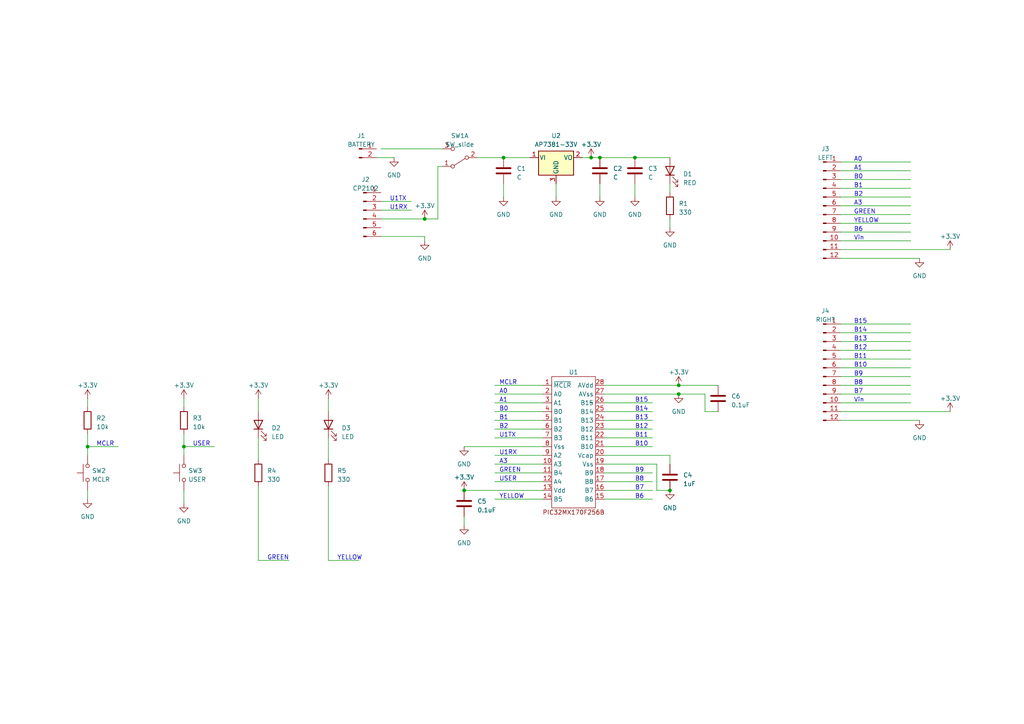
<source format=kicad_sch>
(kicad_sch (version 20230121) (generator eeschema)
  (paper "A4")
  (lib_symbols
    (symbol "Connector:Conn_01x02_Pin" (pin_names (offset 1.016) hide)
      (property "Reference" "J" (at 0 2.54 0))
      (property "Value" "Conn_01x02_Pin" (at 0 -5.08 0))
      (symbol "Conn_01x02_Pin_1_1"
        (polyline (pts (xy 1.27 -2.54) (xy 0.8636 -2.54)) (stroke (width 0.1524)))
        (polyline (pts (xy 1.27 0) (xy 0.8636 0)) (stroke (width 0.1524)))
        (rectangle (start 0.8636 -2.413) (end 0 -2.667) (stroke (width 0.1524)) (fill (type outline)))
        (rectangle (start 0.8636 0.127) (end 0 -0.127) (stroke (width 0.1524)) (fill (type outline)))
        (pin passive line (at 5.08 0 180) (length 3.81) (name "Pin_1") (number "1"))
        (pin passive line (at 5.08 -2.54 180) (length 3.81) (name "Pin_2") (number "2"))
      )
    )
    (symbol "Connector:Conn_01x06_Pin" (pin_names (offset 1.016) hide)
      (property "Reference" "J" (at 0 7.62 0))
      (property "Value" "Conn_01x06_Pin" (at 0 -10.16 0))
      (symbol "Conn_01x06_Pin_1_1"
        (polyline (pts (xy 1.27 -7.62) (xy 0.8636 -7.62)) (stroke (width 0.1524)))
        (polyline (pts (xy 1.27 -5.08) (xy 0.8636 -5.08)) (stroke (width 0.1524)))
        (polyline (pts (xy 1.27 -2.54) (xy 0.8636 -2.54)) (stroke (width 0.1524)))
        (polyline (pts (xy 1.27 0) (xy 0.8636 0)) (stroke (width 0.1524)))
        (polyline (pts (xy 1.27 2.54) (xy 0.8636 2.54)) (stroke (width 0.1524)))
        (polyline (pts (xy 1.27 5.08) (xy 0.8636 5.08)) (stroke (width 0.1524)))
        (rectangle (start 0.8636 -7.493) (end 0 -7.747) (stroke (width 0.1524)) (fill (type outline)))
        (rectangle (start 0.8636 -4.953) (end 0 -5.207) (stroke (width 0.1524)) (fill (type outline)))
        (rectangle (start 0.8636 -2.413) (end 0 -2.667) (stroke (width 0.1524)) (fill (type outline)))
        (rectangle (start 0.8636 0.127) (end 0 -0.127) (stroke (width 0.1524)) (fill (type outline)))
        (rectangle (start 0.8636 2.667) (end 0 2.413) (stroke (width 0.1524)) (fill (type outline)))
        (rectangle (start 0.8636 5.207) (end 0 4.953) (stroke (width 0.1524)) (fill (type outline)))
        (pin passive line (at 5.08 5.08 180) (length 3.81) (name "Pin_1") (number "1"))
        (pin passive line (at 5.08 2.54 180) (length 3.81) (name "Pin_2") (number "2"))
        (pin passive line (at 5.08 0 180) (length 3.81) (name "Pin_3") (number "3"))
        (pin passive line (at 5.08 -2.54 180) (length 3.81) (name "Pin_4") (number "4"))
        (pin passive line (at 5.08 -5.08 180) (length 3.81) (name "Pin_5") (number "5"))
        (pin passive line (at 5.08 -7.62 180) (length 3.81) (name "Pin_6") (number "6"))
      )
    )
    (symbol "Connector:Conn_01x12_Pin" (pin_names (offset 1.016) hide)
      (property "Reference" "J" (at 0 15.24 0))
      (property "Value" "Conn_01x12_Pin" (at 0 -17.78 0))
      (symbol "Conn_01x12_Pin_1_1"
        (polyline (pts (xy 1.27 -15.24) (xy 0.8636 -15.24)) (stroke (width 0.1524)))
        (polyline (pts (xy 1.27 -12.7) (xy 0.8636 -12.7)) (stroke (width 0.1524)))
        (polyline (pts (xy 1.27 -10.16) (xy 0.8636 -10.16)) (stroke (width 0.1524)))
        (polyline (pts (xy 1.27 -7.62) (xy 0.8636 -7.62)) (stroke (width 0.1524)))
        (polyline (pts (xy 1.27 -5.08) (xy 0.8636 -5.08)) (stroke (width 0.1524)))
        (polyline (pts (xy 1.27 -2.54) (xy 0.8636 -2.54)) (stroke (width 0.1524)))
        (polyline (pts (xy 1.27 0) (xy 0.8636 0)) (stroke (width 0.1524)))
        (polyline (pts (xy 1.27 2.54) (xy 0.8636 2.54)) (stroke (width 0.1524)))
        (polyline (pts (xy 1.27 5.08) (xy 0.8636 5.08)) (stroke (width 0.1524)))
        (polyline (pts (xy 1.27 7.62) (xy 0.8636 7.62)) (stroke (width 0.1524)))
        (polyline (pts (xy 1.27 10.16) (xy 0.8636 10.16)) (stroke (width 0.1524)))
        (polyline (pts (xy 1.27 12.7) (xy 0.8636 12.7)) (stroke (width 0.1524)))
        (rectangle (start 0.8636 -15.113) (end 0 -15.367) (stroke (width 0.1524)) (fill (type outline)))
        (rectangle (start 0.8636 -12.573) (end 0 -12.827) (stroke (width 0.1524)) (fill (type outline)))
        (rectangle (start 0.8636 -10.033) (end 0 -10.287) (stroke (width 0.1524)) (fill (type outline)))
        (rectangle (start 0.8636 -7.493) (end 0 -7.747) (stroke (width 0.1524)) (fill (type outline)))
        (rectangle (start 0.8636 -4.953) (end 0 -5.207) (stroke (width 0.1524)) (fill (type outline)))
        (rectangle (start 0.8636 -2.413) (end 0 -2.667) (stroke (width 0.1524)) (fill (type outline)))
        (rectangle (start 0.8636 0.127) (end 0 -0.127) (stroke (width 0.1524)) (fill (type outline)))
        (rectangle (start 0.8636 2.667) (end 0 2.413) (stroke (width 0.1524)) (fill (type outline)))
        (rectangle (start 0.8636 5.207) (end 0 4.953) (stroke (width 0.1524)) (fill (type outline)))
        (rectangle (start 0.8636 7.747) (end 0 7.493) (stroke (width 0.1524)) (fill (type outline)))
        (rectangle (start 0.8636 10.287) (end 0 10.033) (stroke (width 0.1524)) (fill (type outline)))
        (rectangle (start 0.8636 12.827) (end 0 12.573) (stroke (width 0.1524)) (fill (type outline)))
        (pin passive line (at 5.08 12.7 180) (length 3.81) (name "Pin_1") (number "1"))
        (pin passive line (at 5.08 -10.16 180) (length 3.81) (name "Pin_10") (number "10"))
        (pin passive line (at 5.08 -12.7 180) (length 3.81) (name "Pin_11") (number "11"))
        (pin passive line (at 5.08 -15.24 180) (length 3.81) (name "Pin_12") (number "12"))
        (pin passive line (at 5.08 10.16 180) (length 3.81) (name "Pin_2") (number "2"))
        (pin passive line (at 5.08 7.62 180) (length 3.81) (name "Pin_3") (number "3"))
        (pin passive line (at 5.08 5.08 180) (length 3.81) (name "Pin_4") (number "4"))
        (pin passive line (at 5.08 2.54 180) (length 3.81) (name "Pin_5") (number "5"))
        (pin passive line (at 5.08 0 180) (length 3.81) (name "Pin_6") (number "6"))
        (pin passive line (at 5.08 -2.54 180) (length 3.81) (name "Pin_7") (number "7"))
        (pin passive line (at 5.08 -5.08 180) (length 3.81) (name "Pin_8") (number "8"))
        (pin passive line (at 5.08 -7.62 180) (length 3.81) (name "Pin_9") (number "9"))
      )
    )
    (symbol "HW4 Library:+3.3V" (power) (pin_names (offset 0))
      (property "Value" "+3.3V" (at 0 3.556 0))
      (symbol "+3.3V_0_1"
        (polyline (pts (xy -0.762 1.27) (xy 0 2.54)))
        (polyline (pts (xy 0 0) (xy 0 2.54)))
        (polyline (pts (xy 0 2.54) (xy 0.762 1.27)))
      )
      (symbol "+3.3V_1_1"
        (pin power_in line (at 0 0 90) (length 0) hide (name "+3.3V") (number "1"))
      )
    )
    (symbol "HW4 Library:+5V" (power) (pin_names (offset 0))
      (property "Value" "+5V" (at 0 3.556 0))
      (symbol "+5V_0_1"
        (polyline (pts (xy -0.762 1.27) (xy 0 2.54)))
        (polyline (pts (xy 0 0) (xy 0 2.54)))
        (polyline (pts (xy 0 2.54) (xy 0.762 1.27)))
      )
      (symbol "+5V_1_1"
        (pin power_in line (at 0 0 90) (length 0) hide (name "+3.3V") (number "1"))
      )
    )
    (symbol "HW4 Library:AP7381-33V" (pin_names (offset 0.254))
      (property "Reference" "U" (at -3.81 3.175 0))
      (property "Value" "AP7381-33V" (at 3.81 5.08 0))
      (symbol "AP7381-33V_0_1"
        (rectangle (start -5.08 1.905) (end 5.08 -5.08) (stroke (width 0.254)) (fill (type background)))
      )
      (symbol "AP7381-33V_1_1"
        (pin power_in line (at -7.62 0 0) (length 2.54) (name "VI") (number "1"))
        (pin power_out line (at 7.62 0 180) (length 2.54) (name "VO") (number "2"))
        (pin power_in line (at 0 -7.62 90) (length 2.54) (name "GND") (number "3"))
      )
    )
    (symbol "HW4 Library:C" (pin_numbers hide) (pin_names (offset 0.254))
      (property "Reference" "C" (at 0.635 2.54 0))
      (property "Value" "C" (at 0.635 -2.54 0))
      (symbol "C_0_1"
        (polyline (pts (xy -2.032 -0.762) (xy 2.032 -0.762)) (stroke (width 0.508)))
        (polyline (pts (xy -2.032 0.762) (xy 2.032 0.762)) (stroke (width 0.508)))
      )
      (symbol "C_1_1"
        (pin passive line (at 0 3.81 270) (length 2.794) (name "~") (number "1"))
        (pin passive line (at 0 -3.81 90) (length 2.794) (name "~") (number "2"))
      )
    )
    (symbol "HW4 Library:GND" (power) (pin_names (offset 0))
      (property "Value" "GND" (at 0 -3.81 0))
      (symbol "GND_0_1"
        (polyline (pts (xy 0 0) (xy 0 -1.27) (xy 1.27 -1.27) (xy 0 -2.54) (xy -1.27 -1.27) (xy 0 -1.27)))
      )
      (symbol "GND_1_1"
        (pin power_in line (at 0 0 270) (length 0) hide (name "GND") (number "1"))
      )
    )
    (symbol "HW4 Library:LED" (pin_numbers hide) (pin_names (offset 1.016) hide)
      (property "Reference" "D" (at 0 2.54 0))
      (property "Value" "LED" (at 0 -2.54 0))
      (symbol "LED_0_1"
        (polyline (pts (xy -1.27 -1.27) (xy -1.27 1.27)) (stroke (width 0.254)))
        (polyline (pts (xy -1.27 0) (xy 1.27 0)))
        (polyline (pts (xy 1.27 -1.27) (xy 1.27 1.27) (xy -1.27 0) (xy 1.27 -1.27)) (stroke (width 0.254)))
        (polyline (pts (xy -3.048 -0.762) (xy -4.572 -2.286) (xy -3.81 -2.286) (xy -4.572 -2.286) (xy -4.572 -1.524)))
        (polyline (pts (xy -1.778 -0.762) (xy -3.302 -2.286) (xy -2.54 -2.286) (xy -3.302 -2.286) (xy -3.302 -1.524)))
      )
      (symbol "LED_1_1"
        (pin passive line (at -3.81 0 0) (length 2.54) (name "K") (number "1"))
        (pin passive line (at 3.81 0 180) (length 2.54) (name "A") (number "2"))
      )
    )
    (symbol "HW4 Library:PIC32"
      (property "Reference" "U1" (at 0 17.78 0))
      (property "Value" "~" (at 5.08 8.89 0))
      (symbol "PIC32_0_1"
        (rectangle (start -6.35 16.51) (end 6.35 -21.59))
      )
      (symbol "PIC32_1_1"
        (text "PIC32MX170F256B\n" (at 0 -22.86 0) (effects (font (size 1.27 1.27))))
        (pin input line (at -8.89 13.97 0) (length 2.54) (name "~{MCLR}") (number "1"))
        (pin input line (at -8.89 -8.89 0) (length 2.54) (name "A3") (number "10"))
        (pin input line (at -8.89 -11.43 0) (length 2.54) (name "B4") (number "11"))
        (pin input line (at -8.89 -13.97 0) (length 2.54) (name "A4") (number "12"))
        (pin input line (at -8.89 -16.51 0) (length 2.54) (name "Vdd") (number "13"))
        (pin input line (at -8.89 -19.05 0) (length 2.54) (name "B5") (number "14"))
        (pin input line (at 8.89 -19.05 180) (length 2.54) (name "B6") (number "15"))
        (pin input line (at 8.89 -16.51 180) (length 2.54) (name "B7") (number "16"))
        (pin input line (at 8.89 -13.97 180) (length 2.54) (name "B8") (number "17"))
        (pin input line (at 8.89 -11.43 180) (length 2.54) (name "B9") (number "18"))
        (pin input line (at 8.89 -8.89 180) (length 2.54) (name "Vss") (number "19"))
        (pin input line (at -8.89 11.43 0) (length 2.54) (name "A0") (number "2"))
        (pin input line (at 8.89 -6.35 180) (length 2.54) (name "Vcap") (number "20"))
        (pin input line (at 8.89 -3.81 180) (length 2.54) (name "B10") (number "21"))
        (pin input line (at 8.89 -1.27 180) (length 2.54) (name "B11") (number "22"))
        (pin input line (at 8.89 1.27 180) (length 2.54) (name "B12") (number "23"))
        (pin input line (at 8.89 3.81 180) (length 2.54) (name "B13") (number "24"))
        (pin input line (at 8.89 6.35 180) (length 2.54) (name "B14") (number "25"))
        (pin input line (at 8.89 8.89 180) (length 2.54) (name "B15") (number "26"))
        (pin input line (at 8.89 11.43 180) (length 2.54) (name "AVss") (number "27"))
        (pin input line (at 8.89 13.97 180) (length 2.54) (name "AVdd") (number "28"))
        (pin input line (at -8.89 8.89 0) (length 2.54) (name "A1") (number "3"))
        (pin input line (at -8.89 6.35 0) (length 2.54) (name "B0") (number "4"))
        (pin input line (at -8.89 3.81 0) (length 2.54) (name "B1") (number "5"))
        (pin input line (at -8.89 1.27 0) (length 2.54) (name "B2") (number "6"))
        (pin input line (at -8.89 -1.27 0) (length 2.54) (name "B3") (number "7"))
        (pin input line (at -8.89 -3.81 0) (length 2.54) (name "Vss") (number "8"))
        (pin input line (at -8.89 -6.35 0) (length 2.54) (name "A2") (number "9"))
      )
    )
    (symbol "HW4 Library:R" (pin_numbers hide) (pin_names (offset 0))
      (property "Reference" "R" (at 2.032 0 90))
      (property "Value" "R" (at 0 0 90))
      (symbol "R_0_1"
        (rectangle (start -1.016 -2.54) (end 1.016 2.54) (stroke (width 0.254)))
      )
      (symbol "R_1_1"
        (pin passive line (at 0 3.81 270) (length 1.27) (name "~") (number "1"))
        (pin passive line (at 0 -3.81 90) (length 1.27) (name "~") (number "2"))
      )
    )
    (symbol "HW4 Library:SW_Push" (pin_numbers hide) (pin_names (offset 1.016) hide)
      (property "Reference" "SW" (at 1.27 2.54 0))
      (property "Value" "SW_Push" (at 0 -1.524 0))
      (symbol "SW_Push_0_1"
        (circle (center -2.032 0) (radius 0.508))
        (polyline (pts (xy 0 1.27) (xy 0 3.048)))
        (polyline (pts (xy 2.54 1.27) (xy -2.54 1.27)))
        (circle (center 2.032 0) (radius 0.508))
        (pin passive line (at -5.08 0 0) (length 2.54) (name "1") (number "1"))
        (pin passive line (at 5.08 0 180) (length 2.54) (name "2") (number "2"))
      )
    )
    (symbol "HW4 Library:SW_slide" (pin_names (offset 0) hide)
      (property "Reference" "SW" (at 0 4.318 0))
      (property "Value" "SW_slide" (at 0 -5.08 0))
      (symbol "SW_slide_0_0"
        (circle (center -2.032 0) (radius 0.508))
        (circle (center 2.032 -2.54) (radius 0.508))
      )
      (symbol "SW_slide_0_1"
        (polyline (pts (xy -1.524 0.254) (xy 1.651 2.286)))
        (circle (center 2.032 2.54) (radius 0.508))
      )
      (symbol "SW_slide_1_1"
        (pin passive line (at 5.08 2.54 180) (length 2.54) (name "A") (number "1"))
        (pin passive line (at -5.08 0 0) (length 2.54) (name "B") (number "2"))
        (pin passive line (at 5.08 -2.54 180) (length 2.54) (name "C") (number "3"))
      )
      (symbol "SW_slide_2_1"
        (pin passive line (at 5.08 2.54 180) (length 2.54) (name "A") (number "4"))
        (pin passive line (at -5.08 0 0) (length 2.54) (name "B") (number "5"))
        (pin passive line (at 5.08 -2.54 180) (length 2.54) (name "C") (number "6"))
      )
    )
  )
  (junction (at 184.15 45.72))
  (junction (at 146.05 45.72))
  (junction (at 171.45 45.72))
  (junction (at 25.4 129.54))
  (junction (at 123.19 63.5))
  (junction (at 196.85 114.3))
  (junction (at 194.31 142.24))
  (junction (at 196.85 111.76))
  (junction (at 53.34 129.54))
  (junction (at 134.62 142.24))
  (junction (at 173.99 45.72))
  (wire (pts (xy 143.51 114.3) (xy 157.48 114.3)))
  (wire (pts (xy 196.85 111.76) (xy 208.28 111.76)))
  (wire (pts (xy 134.62 149.86) (xy 134.62 152.4)))
  (wire (pts (xy 204.47 114.3) (xy 204.47 119.38)))
  (wire (pts (xy 194.31 53.34) (xy 194.31 55.88)))
  (wire (pts (xy 175.26 119.38) (xy 189.23 119.38)))
  (wire (pts (xy 53.34 115.57) (xy 53.34 118.11)))
  (wire (pts (xy 161.29 53.34) (xy 161.29 57.15)))
  (wire (pts (xy 243.84 96.52) (xy 264.16 96.52)))
  (wire (pts (xy 143.51 111.76) (xy 157.48 111.76)))
  (wire (pts (xy 243.84 46.99) (xy 264.16 46.99)))
  (wire (pts (xy 143.51 137.16) (xy 157.48 137.16)))
  (wire (pts (xy 194.31 63.5) (xy 194.31 66.04)))
  (wire (pts (xy 175.26 132.08) (xy 194.31 132.08)))
  (wire (pts (xy 243.84 69.85) (xy 264.16 69.85)))
  (wire (pts (xy 175.26 116.84) (xy 189.23 116.84)))
  (wire (pts (xy 110.49 63.5) (xy 123.19 63.5)))
  (wire (pts (xy 243.84 106.68) (xy 264.16 106.68)))
  (wire (pts (xy 134.62 129.54) (xy 157.48 129.54)))
  (wire (pts (xy 243.84 93.98) (xy 264.16 93.98)))
  (wire (pts (xy 243.84 111.76) (xy 264.16 111.76)))
  (wire (pts (xy 204.47 119.38) (xy 208.28 119.38)))
  (wire (pts (xy 123.19 68.58) (xy 123.19 69.85)))
  (wire (pts (xy 190.5 134.62) (xy 190.5 142.24)))
  (wire (pts (xy 95.25 140.97) (xy 95.25 162.56)))
  (wire (pts (xy 243.84 114.3) (xy 264.16 114.3)))
  (wire (pts (xy 243.84 101.6) (xy 264.16 101.6)))
  (wire (pts (xy 53.34 129.54) (xy 62.23 129.54)))
  (wire (pts (xy 243.84 52.07) (xy 264.16 52.07)))
  (wire (pts (xy 243.84 116.84) (xy 264.16 116.84)))
  (wire (pts (xy 243.84 104.14) (xy 264.16 104.14)))
  (wire (pts (xy 95.25 127) (xy 95.25 133.35)))
  (wire (pts (xy 74.93 162.56) (xy 83.82 162.56)))
  (wire (pts (xy 171.45 45.72) (xy 173.99 45.72)))
  (wire (pts (xy 53.34 125.73) (xy 53.34 129.54)))
  (wire (pts (xy 74.93 140.97) (xy 74.93 162.56)))
  (wire (pts (xy 175.26 144.78) (xy 189.23 144.78)))
  (wire (pts (xy 143.51 121.92) (xy 157.48 121.92)))
  (wire (pts (xy 123.19 63.5) (xy 127 63.5)))
  (wire (pts (xy 168.91 45.72) (xy 171.45 45.72)))
  (wire (pts (xy 243.84 99.06) (xy 264.16 99.06)))
  (wire (pts (xy 194.31 132.08) (xy 194.31 134.62)))
  (wire (pts (xy 53.34 129.54) (xy 53.34 132.08)))
  (wire (pts (xy 25.4 129.54) (xy 34.29 129.54)))
  (wire (pts (xy 74.93 127) (xy 74.93 133.35)))
  (wire (pts (xy 143.51 144.78) (xy 157.48 144.78)))
  (wire (pts (xy 190.5 142.24) (xy 194.31 142.24)))
  (wire (pts (xy 175.26 139.7) (xy 189.23 139.7)))
  (wire (pts (xy 134.62 142.24) (xy 157.48 142.24)))
  (wire (pts (xy 243.84 62.23) (xy 264.16 62.23)))
  (wire (pts (xy 175.26 134.62) (xy 190.5 134.62)))
  (wire (pts (xy 110.49 60.96) (xy 119.38 60.96)))
  (wire (pts (xy 175.26 127) (xy 189.23 127)))
  (wire (pts (xy 173.99 53.34) (xy 173.99 57.15)))
  (wire (pts (xy 25.4 129.54) (xy 25.4 132.08)))
  (wire (pts (xy 95.25 162.56) (xy 104.14 162.56)))
  (wire (pts (xy 127 48.26) (xy 127 63.5)))
  (wire (pts (xy 143.51 127) (xy 157.48 127)))
  (wire (pts (xy 146.05 53.34) (xy 146.05 57.15)))
  (wire (pts (xy 175.26 114.3) (xy 196.85 114.3)))
  (wire (pts (xy 175.26 124.46) (xy 189.23 124.46)))
  (wire (pts (xy 243.84 74.93) (xy 266.7 74.93)))
  (wire (pts (xy 143.51 116.84) (xy 157.48 116.84)))
  (wire (pts (xy 175.26 129.54) (xy 189.23 129.54)))
  (wire (pts (xy 143.51 132.08) (xy 157.48 132.08)))
  (wire (pts (xy 243.84 64.77) (xy 264.16 64.77)))
  (wire (pts (xy 173.99 45.72) (xy 184.15 45.72)))
  (wire (pts (xy 243.84 121.92) (xy 266.7 121.92)))
  (wire (pts (xy 74.93 115.57) (xy 74.93 119.38)))
  (wire (pts (xy 146.05 45.72) (xy 153.67 45.72)))
  (wire (pts (xy 196.85 114.3) (xy 204.47 114.3)))
  (wire (pts (xy 138.43 45.72) (xy 146.05 45.72)))
  (wire (pts (xy 175.26 142.24) (xy 189.23 142.24)))
  (wire (pts (xy 53.34 142.24) (xy 53.34 146.05)))
  (wire (pts (xy 175.26 137.16) (xy 189.23 137.16)))
  (wire (pts (xy 175.26 111.76) (xy 196.85 111.76)))
  (wire (pts (xy 243.84 49.53) (xy 264.16 49.53)))
  (wire (pts (xy 243.84 54.61) (xy 264.16 54.61)))
  (wire (pts (xy 95.25 115.57) (xy 95.25 119.38)))
  (wire (pts (xy 175.26 121.92) (xy 189.23 121.92)))
  (wire (pts (xy 243.84 57.15) (xy 264.16 57.15)))
  (wire (pts (xy 128.27 48.26) (xy 127 48.26)))
  (wire (pts (xy 143.51 124.46) (xy 157.48 124.46)))
  (wire (pts (xy 109.22 45.72) (xy 114.3 45.72)))
  (wire (pts (xy 25.4 142.24) (xy 25.4 144.78)))
  (wire (pts (xy 25.4 125.73) (xy 25.4 129.54)))
  (wire (pts (xy 143.51 134.62) (xy 157.48 134.62)))
  (wire (pts (xy 184.15 53.34) (xy 184.15 57.15)))
  (wire (pts (xy 143.51 139.7) (xy 157.48 139.7)))
  (wire (pts (xy 243.84 109.22) (xy 264.16 109.22)))
  (wire (pts (xy 110.49 68.58) (xy 123.19 68.58)))
  (wire (pts (xy 25.4 115.57) (xy 25.4 118.11)))
  (wire (pts (xy 243.84 67.31) (xy 264.16 67.31)))
  (wire (pts (xy 184.15 45.72) (xy 194.31 45.72)))
  (wire (pts (xy 243.84 59.69) (xy 264.16 59.69)))
  (wire (pts (xy 243.84 119.38) (xy 275.59 119.38)))
  (wire (pts (xy 143.51 119.38) (xy 157.48 119.38)))
  (wire (pts (xy 110.49 43.18) (xy 128.27 43.18)))
  (wire (pts (xy 243.84 72.39) (xy 275.59 72.39)))
  (wire (pts (xy 110.49 58.42) (xy 119.38 58.42)))
  (text "B1" (at 247.65 54.61 0) (effects (font (size 1.27 1.27)) (justify left bottom)))
  (text "YELLOW" (at 144.78 144.78 0) (effects (font (size 1.27 1.27)) (justify left bottom)))
  (text "A0" (at 247.65 46.99 0) (effects (font (size 1.27 1.27)) (justify left bottom)))
  (text "B13" (at 184.15 121.92 0) (effects (font (size 1.27 1.27)) (justify left bottom)))
  (text "MCLR" (at 27.94 129.54 0) (effects (font (size 1.27 1.27)) (justify left bottom)))
  (text "USER" (at 144.78 139.7 0) (effects (font (size 1.27 1.27)) (justify left bottom)))
  (text "USER" (at 55.88 129.54 0) (effects (font (size 1.27 1.27)) (justify left bottom)))
  (text "GREEN" (at 144.78 137.16 0) (effects (font (size 1.27 1.27)) (justify left bottom)))
  (text "Vin" (at 247.65 69.85 0) (effects (font (size 1.27 1.27)) (justify left bottom)))
  (text "A3" (at 144.78 134.62 0) (effects (font (size 1.27 1.27)) (justify left bottom)))
  (text "B10" (at 247.65 106.68 0) (effects (font (size 1.27 1.27)) (justify left bottom)))
  (text "GREEN\n" (at 77.47 162.56 0) (effects (font (size 1.27 1.27)) (justify left bottom)))
  (text "B15" (at 184.15 116.84 0) (effects (font (size 1.27 1.27)) (justify left bottom)))
  (text "YELLOW" (at 97.79 162.56 0) (effects (font (size 1.27 1.27)) (justify left bottom)))
  (text "B9" (at 247.65 109.22 0) (effects (font (size 1.27 1.27)) (justify left bottom)))
  (text "A0\n" (at 144.78 114.3 0) (effects (font (size 1.27 1.27)) (justify left bottom)))
  (text "B10" (at 184.15 129.54 0) (effects (font (size 1.27 1.27)) (justify left bottom)))
  (text "B12" (at 247.65 101.6 0) (effects (font (size 1.27 1.27)) (justify left bottom)))
  (text "B0" (at 144.78 119.38 0) (effects (font (size 1.27 1.27)) (justify left bottom)))
  (text "B2" (at 144.78 124.46 0) (effects (font (size 1.27 1.27)) (justify left bottom)))
  (text "MCLR\n" (at 144.78 111.76 0) (effects (font (size 1.27 1.27)) (justify left bottom)))
  (text "B7" (at 184.15 142.24 0) (effects (font (size 1.27 1.27)) (justify left bottom)))
  (text "B11" (at 247.65 104.14 0) (effects (font (size 1.27 1.27)) (justify left bottom)))
  (text "B8" (at 184.15 139.7 0) (effects (font (size 1.27 1.27)) (justify left bottom)))
  (text "GREEN" (at 247.65 62.23 0) (effects (font (size 1.27 1.27)) (justify left bottom)))
  (text "B1" (at 144.78 121.92 0) (effects (font (size 1.27 1.27)) (justify left bottom)))
  (text "B11" (at 184.15 127 0) (effects (font (size 1.27 1.27)) (justify left bottom)))
  (text "B15" (at 247.65 93.98 0) (effects (font (size 1.27 1.27)) (justify left bottom)))
  (text "B9" (at 184.15 137.16 0) (effects (font (size 1.27 1.27)) (justify left bottom)))
  (text "B8" (at 247.65 111.76 0) (effects (font (size 1.27 1.27)) (justify left bottom)))
  (text "A1" (at 247.65 49.53 0) (effects (font (size 1.27 1.27)) (justify left bottom)))
  (text "YELLOW" (at 247.65 64.77 0) (effects (font (size 1.27 1.27)) (justify left bottom)))
  (text "B14" (at 247.65 96.52 0) (effects (font (size 1.27 1.27)) (justify left bottom)))
  (text "U1RX" (at 113.03 60.96 0) (effects (font (size 1.27 1.27)) (justify left bottom)))
  (text "U1TX" (at 144.78 127 0) (effects (font (size 1.27 1.27)) (justify left bottom)))
  (text "B2" (at 247.65 57.15 0) (effects (font (size 1.27 1.27)) (justify left bottom)))
  (text "B0" (at 247.65 52.07 0) (effects (font (size 1.27 1.27)) (justify left bottom)))
  (text "B7" (at 247.65 114.3 0) (effects (font (size 1.27 1.27)) (justify left bottom)))
  (text "Vin" (at 247.65 116.84 0) (effects (font (size 1.27 1.27)) (justify left bottom)))
  (text "B14" (at 184.15 119.38 0) (effects (font (size 1.27 1.27)) (justify left bottom)))
  (text "U1RX" (at 144.78 132.08 0) (effects (font (size 1.27 1.27)) (justify left bottom)))
  (text "B6" (at 184.15 144.78 0) (effects (font (size 1.27 1.27)) (justify left bottom)))
  (text "A3" (at 247.65 59.69 0) (effects (font (size 1.27 1.27)) (justify left bottom)))
  (text "B12" (at 184.15 124.46 0) (effects (font (size 1.27 1.27)) (justify left bottom)))
  (text "B13" (at 247.65 99.06 0) (effects (font (size 1.27 1.27)) (justify left bottom)))
  (text "U1TX" (at 113.03 58.42 0) (effects (font (size 1.27 1.27)) (justify left bottom)))
  (text "A1" (at 144.78 116.84 0) (effects (font (size 1.27 1.27)) (justify left bottom)))
  (text "B6" (at 247.65 67.31 0) (effects (font (size 1.27 1.27)) (justify left bottom)))
  (symbol (lib_id "HW4 Library:+3.3V") (at 53.34 115.57 0) (unit 1)
    (property "Reference" "#PWR017" (effects hide))
    (property "Value" "+3.3V" (at 53.34 111.76 0))
  )
  (symbol (lib_id "HW4 Library:SW_slide") (at 133.35 45.72 180) (unit 1)
    (property "Reference" "SW1" (at 133.35 39.37 0))
    (property "Value" "SW_slide" (at 133.35 41.91 0))
    (property "Footprint" "Library:slidesw2" (effects hide))
  )
  (symbol (lib_id "HW4 Library:GND") (at 196.85 114.3 0) (unit 1)
    (property "Reference" "#PWR02" (effects hide))
    (property "Value" "GND" (at 196.85 119.38 0))
  )
  (symbol (lib_id "HW4 Library:+3.3V") (at 275.59 72.39 0) (unit 1)
    (property "Reference" "#PWR022" (effects hide))
    (property "Value" "+3.3V" (at 275.59 68.58 0))
  )
  (symbol (lib_id "HW4 Library:GND") (at 266.7 121.92 0) (unit 1)
    (property "Reference" "#PWR025" (effects hide))
    (property "Value" "GND" (at 266.7 127 0))
  )
  (symbol (lib_id "HW4 Library:LED") (at 194.31 49.53 90) (unit 1)
    (property "Reference" "D1" (at 198.12 50.4825 90) (effects (justify right)))
    (property "Value" "RED" (at 198.12 53.0225 90) (effects (justify right)))
    (property "Footprint" "LED_THT:LED_D3.0mm" (effects hide))
  )
  (symbol (lib_id "HW4 Library:GND") (at 53.34 146.05 0) (unit 1)
    (property "Reference" "#PWR021" (effects hide))
    (property "Value" "GND" (at 53.34 151.13 0))
  )
  (symbol (lib_id "HW4 Library:+3.3V") (at 196.85 111.76 0) (unit 1)
    (property "Reference" "#PWR03" (effects hide))
    (property "Value" "+3.3V" (at 196.85 107.95 0))
  )
  (symbol (lib_id "HW4 Library:AP7381-33V") (at 161.29 45.72 0) (unit 1)
    (property "Reference" "U2" (at 161.29 39.37 0))
    (property "Value" "AP7381-33V" (at 161.29 41.91 0))
    (property "Footprint" "Package_TO_SOT_SMD:SOT-23" (effects hide))
    (property "Datasheet" "https://www.diodes.com/assets/Datasheets/AP7384.pdf" (effects hide))
  )
  (symbol (lib_id "HW4 Library:+5V") (at 123.19 63.5 0) (unit 1)
    (property "Reference" "#PWR016" (effects hide))
    (property "Value" "+5V" (at 123.19 59.69 0))
  )
  (symbol (lib_id "HW4 Library:R") (at 74.93 137.16 0) (unit 1)
    (property "Reference" "R4" (at 77.47 136.525 0) (effects (justify left)))
    (property "Value" "330" (at 77.47 139.065 0) (effects (justify left)))
    (property "Footprint" "Resistor_THT:R_Axial_DIN0207_L6.3mm_D2.5mm_P7.62mm_Horizontal" (effects hide))
  )
  (symbol (lib_id "HW4 Library:LED") (at 74.93 123.19 90) (unit 1)
    (property "Reference" "D2" (at 78.74 124.1425 90) (effects (justify right)))
    (property "Value" "LED" (at 78.74 126.6825 90) (effects (justify right)))
    (property "Footprint" "LED_THT:LED_D3.0mm" (effects hide))
  )
  (symbol (lib_id "HW4 Library:GND") (at 123.19 69.85 0) (unit 1)
    (property "Reference" "#PWR015" (effects hide))
    (property "Value" "GND" (at 123.19 74.93 0))
  )
  (symbol (lib_id "HW4 Library:R") (at 194.31 59.69 0) (unit 1)
    (property "Reference" "R1" (at 196.85 59.055 0) (effects (justify left)))
    (property "Value" "330" (at 196.85 61.595 0) (effects (justify left)))
    (property "Footprint" "Resistor_THT:R_Axial_DIN0207_L6.3mm_D2.5mm_P7.62mm_Horizontal" (effects hide))
  )
  (symbol (lib_id "HW4 Library:R") (at 25.4 121.92 0) (unit 1)
    (property "Reference" "R2" (at 27.94 121.285 0) (effects (justify left)))
    (property "Value" "10k" (at 27.94 123.825 0) (effects (justify left)))
    (property "Footprint" "Resistor_THT:R_Axial_DIN0207_L6.3mm_D2.5mm_P7.62mm_Horizontal" (effects hide))
  )
  (symbol (lib_id "Connector:Conn_01x06_Pin") (at 105.41 60.96 0) (unit 1)
    (property "Reference" "J2" (at 106.045 52.07 0))
    (property "Value" "CP2102" (at 106.045 54.61 0))
    (property "Footprint" "Connector_PinSocket_2.54mm:PinSocket_1x12_P2.54mm_Vertical" (effects hide))
  )
  (symbol (lib_id "HW4 Library:+3.3V") (at 171.45 45.72 0) (unit 1)
    (property "Reference" "#PWR012" (effects hide))
    (property "Value" "+3.3V" (at 171.45 41.91 0))
  )
  (symbol (lib_id "HW4 Library:+3.3V") (at 134.62 142.24 0) (unit 1)
    (property "Reference" "#PWR05" (effects hide))
    (property "Value" "+3.3V" (at 134.62 138.43 0))
  )
  (symbol (lib_id "HW4 Library:GND") (at 114.3 45.72 0) (unit 1)
    (property "Reference" "#PWR013" (effects hide))
    (property "Value" "GND" (at 114.3 50.8 0))
  )
  (symbol (lib_id "HW4 Library:GND") (at 194.31 142.24 0) (unit 1)
    (property "Reference" "#PWR01" (effects hide))
    (property "Value" "GND" (at 194.31 147.32 0))
  )
  (symbol (lib_id "HW4 Library:+3.3V") (at 74.93 115.57 0) (unit 1)
    (property "Reference" "#PWR018" (effects hide))
    (property "Value" "+3.3V" (at 74.93 111.76 0))
  )
  (symbol (lib_id "HW4 Library:C") (at 134.62 146.05 0) (unit 1)
    (property "Reference" "C5" (at 138.43 145.415 0) (effects (justify left)))
    (property "Value" "0.1uF" (at 138.43 147.955 0) (effects (justify left)))
    (property "Footprint" "Capacitor_THT:C_Disc_D5.1mm_W3.2mm_P5.00mm" (effects hide))
  )
  (symbol (lib_id "HW4 Library:GND") (at 161.29 57.15 0) (unit 1)
    (property "Reference" "#PWR07" (effects hide))
    (property "Value" "GND" (at 161.29 62.23 0))
  )
  (symbol (lib_id "HW4 Library:C") (at 194.31 138.43 0) (unit 1)
    (property "Reference" "C4" (at 198.12 137.795 0) (effects (justify left)))
    (property "Value" "1uF" (at 198.12 140.335 0) (effects (justify left)))
    (property "Footprint" "Capacitor_THT:C_Disc_D5.1mm_W3.2mm_P5.00mm" (effects hide))
  )
  (symbol (lib_id "HW4 Library:LED") (at 95.25 123.19 90) (unit 1)
    (property "Reference" "D3" (at 99.06 124.1425 90) (effects (justify right)))
    (property "Value" "LED" (at 99.06 126.6825 90) (effects (justify right)))
    (property "Footprint" "LED_THT:LED_D3.0mm" (effects hide))
  )
  (symbol (lib_id "Connector:Conn_01x12_Pin") (at 238.76 106.68 0) (unit 1)
    (property "Reference" "J4" (at 239.395 90.17 0))
    (property "Value" "RIGHT" (at 239.395 92.71 0))
    (property "Footprint" "Connector_PinSocket_2.54mm:PinSocket_1x12_P2.54mm_Vertical" (effects hide))
  )
  (symbol (lib_id "HW4 Library:SW_Push") (at 25.4 137.16 90) (unit 1)
    (property "Reference" "SW2" (at 26.67 136.525 90) (effects (justify right)))
    (property "Value" "MCLR" (at 26.67 139.065 90) (effects (justify right)))
    (property "Footprint" "Library:PB" (effects hide))
  )
  (symbol (lib_id "HW4 Library:GND") (at 146.05 57.15 0) (unit 1)
    (property "Reference" "#PWR08" (effects hide))
    (property "Value" "GND" (at 146.05 62.23 0))
  )
  (symbol (lib_id "HW4 Library:C") (at 173.99 49.53 0) (unit 1)
    (property "Reference" "C2" (at 177.8 48.895 0) (effects (justify left)))
    (property "Value" "C" (at 177.8 51.435 0) (effects (justify left)))
    (property "Footprint" "Capacitor_THT:C_Disc_D5.1mm_W3.2mm_P5.00mm" (effects hide))
  )
  (symbol (lib_id "HW4 Library:GND") (at 25.4 144.78 0) (unit 1)
    (property "Reference" "#PWR020" (effects hide))
    (property "Value" "GND" (at 25.4 149.86 0))
  )
  (symbol (lib_id "HW4 Library:GND") (at 184.15 57.15 0) (unit 1)
    (property "Reference" "#PWR010" (effects hide))
    (property "Value" "GND" (at 184.15 62.23 0))
  )
  (symbol (lib_id "HW4 Library:SW_Push") (at 53.34 137.16 90) (unit 1)
    (property "Reference" "SW3" (at 54.61 136.525 90) (effects (justify right)))
    (property "Value" "USER" (at 54.61 139.065 90) (effects (justify right)))
    (property "Footprint" "Library:PB" (effects hide))
  )
  (symbol (lib_id "Connector:Conn_01x12_Pin") (at 238.76 59.69 0) (unit 1)
    (property "Reference" "J3" (at 239.395 43.18 0))
    (property "Value" "LEFT" (at 239.395 45.72 0))
    (property "Footprint" "Connector_PinSocket_2.54mm:PinSocket_1x12_P2.54mm_Vertical" (effects hide))
  )
  (symbol (lib_id "HW4 Library:R") (at 95.25 137.16 0) (unit 1)
    (property "Reference" "R5" (at 97.79 136.525 0) (effects (justify left)))
    (property "Value" "330" (at 97.79 139.065 0) (effects (justify left)))
    (property "Footprint" "Resistor_THT:R_Axial_DIN0207_L6.3mm_D2.5mm_P7.62mm_Horizontal" (effects hide))
  )
  (symbol (lib_id "HW4 Library:GND") (at 266.7 74.93 0) (unit 1)
    (property "Reference" "#PWR024" (effects hide))
    (property "Value" "GND" (at 266.7 80.01 0))
  )
  (symbol (lib_id "HW4 Library:C") (at 208.28 115.57 0) (unit 1)
    (property "Reference" "C6" (at 212.09 114.935 0) (effects (justify left)))
    (property "Value" "0.1uF" (at 212.09 117.475 0) (effects (justify left)))
    (property "Footprint" "Capacitor_THT:C_Disc_D5.1mm_W3.2mm_P5.00mm" (effects hide))
  )
  (symbol (lib_id "HW4 Library:C") (at 184.15 49.53 0) (unit 1)
    (property "Reference" "C3" (at 187.96 48.895 0) (effects (justify left)))
    (property "Value" "C" (at 187.96 51.435 0) (effects (justify left)))
    (property "Footprint" "Capacitor_THT:C_Disc_D5.1mm_W3.2mm_P5.00mm" (effects hide))
  )
  (symbol (lib_id "HW4 Library:GND") (at 134.62 129.54 0) (unit 1)
    (property "Reference" "#PWR04" (effects hide))
    (property "Value" "GND" (at 134.62 134.62 0))
  )
  (symbol (lib_id "Connector:Conn_01x02_Pin") (at 104.14 43.18 0) (unit 1)
    (property "Reference" "J1" (at 104.775 39.37 0))
    (property "Value" "BATTERY" (at 104.775 41.91 0))
    (property "Footprint" "Connector_PinSocket_2.54mm:PinSocket_1x06_P2.54mm_Vertical" (effects hide))
  )
  (symbol (lib_id "HW4 Library:GND") (at 194.31 66.04 0) (unit 1)
    (property "Reference" "#PWR011" (effects hide))
    (property "Value" "GND" (at 194.31 71.12 0))
  )
  (symbol (lib_id "HW4 Library:PIC32") (at 166.37 125.73 0) (unit 1)
    (property "Reference" "U1" (at 166.37 107.95 0))
    (property "Value" "~" (at 171.45 116.84 0))
    (property "Footprint" "Package_DIP:DIP-28_W7.62mm_Socket" (effects hide))
  )
  (symbol (lib_id "HW4 Library:+3.3V") (at 25.4 115.57 0) (unit 1)
    (property "Reference" "#PWR014" (effects hide))
    (property "Value" "+3.3V" (at 25.4 111.76 0))
  )
  (symbol (lib_id "HW4 Library:GND") (at 134.62 152.4 0) (unit 1)
    (property "Reference" "#PWR06" (effects hide))
    (property "Value" "GND" (at 134.62 157.48 0))
  )
  (symbol (lib_id "HW4 Library:+3.3V") (at 275.59 119.38 0) (unit 1)
    (property "Reference" "#PWR023" (effects hide))
    (property "Value" "+3.3V" (at 275.59 115.57 0))
  )
  (symbol (lib_id "HW4 Library:C") (at 146.05 49.53 0) (unit 1)
    (property "Reference" "C1" (at 149.86 48.895 0) (effects (justify left)))
    (property "Value" "C" (at 149.86 51.435 0) (effects (justify left)))
    (property "Footprint" "Capacitor_THT:C_Disc_D5.1mm_W3.2mm_P5.00mm" (effects hide))
  )
  (symbol (lib_id "HW4 Library:R") (at 53.34 121.92 0) (unit 1)
    (property "Reference" "R3" (at 55.88 121.285 0) (effects (justify left)))
    (property "Value" "10k" (at 55.88 123.825 0) (effects (justify left)))
    (property "Footprint" "Resistor_THT:R_Axial_DIN0207_L6.3mm_D2.5mm_P7.62mm_Horizontal" (effects hide))
  )
  (symbol (lib_id "HW4 Library:GND") (at 173.99 57.15 0) (unit 1)
    (property "Reference" "#PWR09" (effects hide))
    (property "Value" "GND" (at 173.99 62.23 0))
  )
  (symbol (lib_id "HW4 Library:+3.3V") (at 95.25 115.57 0) (unit 1)
    (property "Reference" "#PWR019" (effects hide))
    (property "Value" "+3.3V" (at 95.25 111.76 0))
  )
)
</source>
